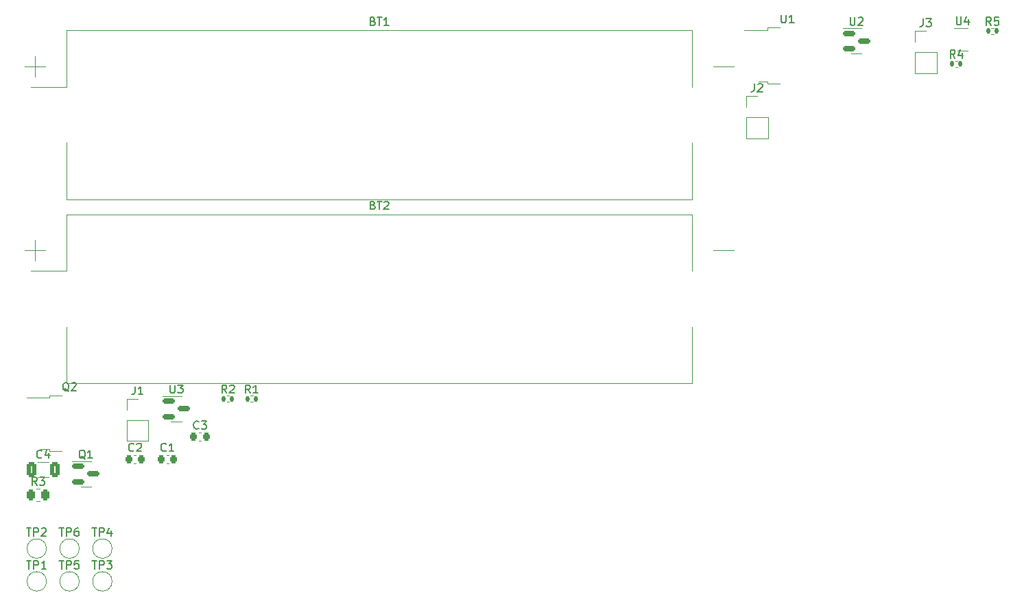
<source format=gbr>
%TF.GenerationSoftware,KiCad,Pcbnew,(6.0.8)*%
%TF.CreationDate,2023-04-17T13:42:39+02:00*%
%TF.ProjectId,Group22_Power,47726f75-7032-4325-9f50-6f7765722e6b,rev?*%
%TF.SameCoordinates,Original*%
%TF.FileFunction,Legend,Top*%
%TF.FilePolarity,Positive*%
%FSLAX46Y46*%
G04 Gerber Fmt 4.6, Leading zero omitted, Abs format (unit mm)*
G04 Created by KiCad (PCBNEW (6.0.8)) date 2023-04-17 13:42:39*
%MOMM*%
%LPD*%
G01*
G04 APERTURE LIST*
G04 Aperture macros list*
%AMRoundRect*
0 Rectangle with rounded corners*
0 $1 Rounding radius*
0 $2 $3 $4 $5 $6 $7 $8 $9 X,Y pos of 4 corners*
0 Add a 4 corners polygon primitive as box body*
4,1,4,$2,$3,$4,$5,$6,$7,$8,$9,$2,$3,0*
0 Add four circle primitives for the rounded corners*
1,1,$1+$1,$2,$3*
1,1,$1+$1,$4,$5*
1,1,$1+$1,$6,$7*
1,1,$1+$1,$8,$9*
0 Add four rect primitives between the rounded corners*
20,1,$1+$1,$2,$3,$4,$5,0*
20,1,$1+$1,$4,$5,$6,$7,0*
20,1,$1+$1,$6,$7,$8,$9,0*
20,1,$1+$1,$8,$9,$2,$3,0*%
%AMFreePoly0*
4,1,6,0.500000,-0.850000,-0.500000,-0.850000,-0.500000,0.550000,-0.200000,0.850000,0.500000,0.850000,0.500000,-0.850000,0.500000,-0.850000,$1*%
G04 Aperture macros list end*
%ADD10C,0.150000*%
%ADD11C,0.120000*%
%ADD12R,0.550000X0.250000*%
%ADD13FreePoly0,0.000000*%
%ADD14RoundRect,0.150000X-0.587500X-0.150000X0.587500X-0.150000X0.587500X0.150000X-0.587500X0.150000X0*%
%ADD15R,2.200000X1.200000*%
%ADD16R,6.400000X5.800000*%
%ADD17C,2.000000*%
%ADD18RoundRect,0.135000X-0.135000X-0.185000X0.135000X-0.185000X0.135000X0.185000X-0.135000X0.185000X0*%
%ADD19RoundRect,0.250000X-0.262500X-0.450000X0.262500X-0.450000X0.262500X0.450000X-0.262500X0.450000X0*%
%ADD20R,1.700000X1.700000*%
%ADD21O,1.700000X1.700000*%
%ADD22RoundRect,0.250000X-0.325000X-0.650000X0.325000X-0.650000X0.325000X0.650000X-0.325000X0.650000X0*%
%ADD23RoundRect,0.225000X-0.225000X-0.250000X0.225000X-0.250000X0.225000X0.250000X-0.225000X0.250000X0*%
%ADD24C,3.450000*%
%ADD25C,2.390000*%
%ADD26R,7.340000X6.350000*%
G04 APERTURE END LIST*
D10*
%TO.C,U4*%
X196503095Y-61622380D02*
X196503095Y-62431904D01*
X196550714Y-62527142D01*
X196598333Y-62574761D01*
X196693571Y-62622380D01*
X196884047Y-62622380D01*
X196979285Y-62574761D01*
X197026904Y-62527142D01*
X197074523Y-62431904D01*
X197074523Y-61622380D01*
X197979285Y-61955714D02*
X197979285Y-62622380D01*
X197741190Y-61574761D02*
X197503095Y-62289047D01*
X198122142Y-62289047D01*
%TO.C,U3*%
X99423095Y-107092380D02*
X99423095Y-107901904D01*
X99470714Y-107997142D01*
X99518333Y-108044761D01*
X99613571Y-108092380D01*
X99804047Y-108092380D01*
X99899285Y-108044761D01*
X99946904Y-107997142D01*
X99994523Y-107901904D01*
X99994523Y-107092380D01*
X100375476Y-107092380D02*
X100994523Y-107092380D01*
X100661190Y-107473333D01*
X100804047Y-107473333D01*
X100899285Y-107520952D01*
X100946904Y-107568571D01*
X100994523Y-107663809D01*
X100994523Y-107901904D01*
X100946904Y-107997142D01*
X100899285Y-108044761D01*
X100804047Y-108092380D01*
X100518333Y-108092380D01*
X100423095Y-108044761D01*
X100375476Y-107997142D01*
%TO.C,U2*%
X183393095Y-61672380D02*
X183393095Y-62481904D01*
X183440714Y-62577142D01*
X183488333Y-62624761D01*
X183583571Y-62672380D01*
X183774047Y-62672380D01*
X183869285Y-62624761D01*
X183916904Y-62577142D01*
X183964523Y-62481904D01*
X183964523Y-61672380D01*
X184393095Y-61767619D02*
X184440714Y-61720000D01*
X184535952Y-61672380D01*
X184774047Y-61672380D01*
X184869285Y-61720000D01*
X184916904Y-61767619D01*
X184964523Y-61862857D01*
X184964523Y-61958095D01*
X184916904Y-62100952D01*
X184345476Y-62672380D01*
X184964523Y-62672380D01*
%TO.C,U1*%
X174873095Y-61372380D02*
X174873095Y-62181904D01*
X174920714Y-62277142D01*
X174968333Y-62324761D01*
X175063571Y-62372380D01*
X175254047Y-62372380D01*
X175349285Y-62324761D01*
X175396904Y-62277142D01*
X175444523Y-62181904D01*
X175444523Y-61372380D01*
X176444523Y-62372380D02*
X175873095Y-62372380D01*
X176158809Y-62372380D02*
X176158809Y-61372380D01*
X176063571Y-61515238D01*
X175968333Y-61610476D01*
X175873095Y-61658095D01*
%TO.C,TP6*%
X85753095Y-124754380D02*
X86324523Y-124754380D01*
X86038809Y-125754380D02*
X86038809Y-124754380D01*
X86657857Y-125754380D02*
X86657857Y-124754380D01*
X87038809Y-124754380D01*
X87134047Y-124802000D01*
X87181666Y-124849619D01*
X87229285Y-124944857D01*
X87229285Y-125087714D01*
X87181666Y-125182952D01*
X87134047Y-125230571D01*
X87038809Y-125278190D01*
X86657857Y-125278190D01*
X88086428Y-124754380D02*
X87895952Y-124754380D01*
X87800714Y-124802000D01*
X87753095Y-124849619D01*
X87657857Y-124992476D01*
X87610238Y-125182952D01*
X87610238Y-125563904D01*
X87657857Y-125659142D01*
X87705476Y-125706761D01*
X87800714Y-125754380D01*
X87991190Y-125754380D01*
X88086428Y-125706761D01*
X88134047Y-125659142D01*
X88181666Y-125563904D01*
X88181666Y-125325809D01*
X88134047Y-125230571D01*
X88086428Y-125182952D01*
X87991190Y-125135333D01*
X87800714Y-125135333D01*
X87705476Y-125182952D01*
X87657857Y-125230571D01*
X87610238Y-125325809D01*
%TO.C,TP5*%
X85753095Y-128804380D02*
X86324523Y-128804380D01*
X86038809Y-129804380D02*
X86038809Y-128804380D01*
X86657857Y-129804380D02*
X86657857Y-128804380D01*
X87038809Y-128804380D01*
X87134047Y-128852000D01*
X87181666Y-128899619D01*
X87229285Y-128994857D01*
X87229285Y-129137714D01*
X87181666Y-129232952D01*
X87134047Y-129280571D01*
X87038809Y-129328190D01*
X86657857Y-129328190D01*
X88134047Y-128804380D02*
X87657857Y-128804380D01*
X87610238Y-129280571D01*
X87657857Y-129232952D01*
X87753095Y-129185333D01*
X87991190Y-129185333D01*
X88086428Y-129232952D01*
X88134047Y-129280571D01*
X88181666Y-129375809D01*
X88181666Y-129613904D01*
X88134047Y-129709142D01*
X88086428Y-129756761D01*
X87991190Y-129804380D01*
X87753095Y-129804380D01*
X87657857Y-129756761D01*
X87610238Y-129709142D01*
%TO.C,TP4*%
X89803095Y-124754380D02*
X90374523Y-124754380D01*
X90088809Y-125754380D02*
X90088809Y-124754380D01*
X90707857Y-125754380D02*
X90707857Y-124754380D01*
X91088809Y-124754380D01*
X91184047Y-124802000D01*
X91231666Y-124849619D01*
X91279285Y-124944857D01*
X91279285Y-125087714D01*
X91231666Y-125182952D01*
X91184047Y-125230571D01*
X91088809Y-125278190D01*
X90707857Y-125278190D01*
X92136428Y-125087714D02*
X92136428Y-125754380D01*
X91898333Y-124706761D02*
X91660238Y-125421047D01*
X92279285Y-125421047D01*
%TO.C,TP3*%
X89803095Y-128804380D02*
X90374523Y-128804380D01*
X90088809Y-129804380D02*
X90088809Y-128804380D01*
X90707857Y-129804380D02*
X90707857Y-128804380D01*
X91088809Y-128804380D01*
X91184047Y-128852000D01*
X91231666Y-128899619D01*
X91279285Y-128994857D01*
X91279285Y-129137714D01*
X91231666Y-129232952D01*
X91184047Y-129280571D01*
X91088809Y-129328190D01*
X90707857Y-129328190D01*
X91612619Y-128804380D02*
X92231666Y-128804380D01*
X91898333Y-129185333D01*
X92041190Y-129185333D01*
X92136428Y-129232952D01*
X92184047Y-129280571D01*
X92231666Y-129375809D01*
X92231666Y-129613904D01*
X92184047Y-129709142D01*
X92136428Y-129756761D01*
X92041190Y-129804380D01*
X91755476Y-129804380D01*
X91660238Y-129756761D01*
X91612619Y-129709142D01*
%TO.C,TP2*%
X81703095Y-124754380D02*
X82274523Y-124754380D01*
X81988809Y-125754380D02*
X81988809Y-124754380D01*
X82607857Y-125754380D02*
X82607857Y-124754380D01*
X82988809Y-124754380D01*
X83084047Y-124802000D01*
X83131666Y-124849619D01*
X83179285Y-124944857D01*
X83179285Y-125087714D01*
X83131666Y-125182952D01*
X83084047Y-125230571D01*
X82988809Y-125278190D01*
X82607857Y-125278190D01*
X83560238Y-124849619D02*
X83607857Y-124802000D01*
X83703095Y-124754380D01*
X83941190Y-124754380D01*
X84036428Y-124802000D01*
X84084047Y-124849619D01*
X84131666Y-124944857D01*
X84131666Y-125040095D01*
X84084047Y-125182952D01*
X83512619Y-125754380D01*
X84131666Y-125754380D01*
%TO.C,TP1*%
X81703095Y-128804380D02*
X82274523Y-128804380D01*
X81988809Y-129804380D02*
X81988809Y-128804380D01*
X82607857Y-129804380D02*
X82607857Y-128804380D01*
X82988809Y-128804380D01*
X83084047Y-128852000D01*
X83131666Y-128899619D01*
X83179285Y-128994857D01*
X83179285Y-129137714D01*
X83131666Y-129232952D01*
X83084047Y-129280571D01*
X82988809Y-129328190D01*
X82607857Y-129328190D01*
X84131666Y-129804380D02*
X83560238Y-129804380D01*
X83845952Y-129804380D02*
X83845952Y-128804380D01*
X83750714Y-128947238D01*
X83655476Y-129042476D01*
X83560238Y-129090095D01*
%TO.C,R5*%
X200778333Y-62672380D02*
X200445000Y-62196190D01*
X200206904Y-62672380D02*
X200206904Y-61672380D01*
X200587857Y-61672380D01*
X200683095Y-61720000D01*
X200730714Y-61767619D01*
X200778333Y-61862857D01*
X200778333Y-62005714D01*
X200730714Y-62100952D01*
X200683095Y-62148571D01*
X200587857Y-62196190D01*
X200206904Y-62196190D01*
X201683095Y-61672380D02*
X201206904Y-61672380D01*
X201159285Y-62148571D01*
X201206904Y-62100952D01*
X201302142Y-62053333D01*
X201540238Y-62053333D01*
X201635476Y-62100952D01*
X201683095Y-62148571D01*
X201730714Y-62243809D01*
X201730714Y-62481904D01*
X201683095Y-62577142D01*
X201635476Y-62624761D01*
X201540238Y-62672380D01*
X201302142Y-62672380D01*
X201206904Y-62624761D01*
X201159285Y-62577142D01*
%TO.C,R4*%
X196328333Y-66722380D02*
X195995000Y-66246190D01*
X195756904Y-66722380D02*
X195756904Y-65722380D01*
X196137857Y-65722380D01*
X196233095Y-65770000D01*
X196280714Y-65817619D01*
X196328333Y-65912857D01*
X196328333Y-66055714D01*
X196280714Y-66150952D01*
X196233095Y-66198571D01*
X196137857Y-66246190D01*
X195756904Y-66246190D01*
X197185476Y-66055714D02*
X197185476Y-66722380D01*
X196947380Y-65674761D02*
X196709285Y-66389047D01*
X197328333Y-66389047D01*
%TO.C,R3*%
X82978333Y-119492380D02*
X82645000Y-119016190D01*
X82406904Y-119492380D02*
X82406904Y-118492380D01*
X82787857Y-118492380D01*
X82883095Y-118540000D01*
X82930714Y-118587619D01*
X82978333Y-118682857D01*
X82978333Y-118825714D01*
X82930714Y-118920952D01*
X82883095Y-118968571D01*
X82787857Y-119016190D01*
X82406904Y-119016190D01*
X83311666Y-118492380D02*
X83930714Y-118492380D01*
X83597380Y-118873333D01*
X83740238Y-118873333D01*
X83835476Y-118920952D01*
X83883095Y-118968571D01*
X83930714Y-119063809D01*
X83930714Y-119301904D01*
X83883095Y-119397142D01*
X83835476Y-119444761D01*
X83740238Y-119492380D01*
X83454523Y-119492380D01*
X83359285Y-119444761D01*
X83311666Y-119397142D01*
%TO.C,R2*%
X106408333Y-108092380D02*
X106075000Y-107616190D01*
X105836904Y-108092380D02*
X105836904Y-107092380D01*
X106217857Y-107092380D01*
X106313095Y-107140000D01*
X106360714Y-107187619D01*
X106408333Y-107282857D01*
X106408333Y-107425714D01*
X106360714Y-107520952D01*
X106313095Y-107568571D01*
X106217857Y-107616190D01*
X105836904Y-107616190D01*
X106789285Y-107187619D02*
X106836904Y-107140000D01*
X106932142Y-107092380D01*
X107170238Y-107092380D01*
X107265476Y-107140000D01*
X107313095Y-107187619D01*
X107360714Y-107282857D01*
X107360714Y-107378095D01*
X107313095Y-107520952D01*
X106741666Y-108092380D01*
X107360714Y-108092380D01*
%TO.C,R1*%
X109318333Y-108092380D02*
X108985000Y-107616190D01*
X108746904Y-108092380D02*
X108746904Y-107092380D01*
X109127857Y-107092380D01*
X109223095Y-107140000D01*
X109270714Y-107187619D01*
X109318333Y-107282857D01*
X109318333Y-107425714D01*
X109270714Y-107520952D01*
X109223095Y-107568571D01*
X109127857Y-107616190D01*
X108746904Y-107616190D01*
X110270714Y-108092380D02*
X109699285Y-108092380D01*
X109985000Y-108092380D02*
X109985000Y-107092380D01*
X109889761Y-107235238D01*
X109794523Y-107330476D01*
X109699285Y-107378095D01*
%TO.C,Q2*%
X86919761Y-107887619D02*
X86824523Y-107840000D01*
X86729285Y-107744761D01*
X86586428Y-107601904D01*
X86491190Y-107554285D01*
X86395952Y-107554285D01*
X86443571Y-107792380D02*
X86348333Y-107744761D01*
X86253095Y-107649523D01*
X86205476Y-107459047D01*
X86205476Y-107125714D01*
X86253095Y-106935238D01*
X86348333Y-106840000D01*
X86443571Y-106792380D01*
X86634047Y-106792380D01*
X86729285Y-106840000D01*
X86824523Y-106935238D01*
X86872142Y-107125714D01*
X86872142Y-107459047D01*
X86824523Y-107649523D01*
X86729285Y-107744761D01*
X86634047Y-107792380D01*
X86443571Y-107792380D01*
X87253095Y-106887619D02*
X87300714Y-106840000D01*
X87395952Y-106792380D01*
X87634047Y-106792380D01*
X87729285Y-106840000D01*
X87776904Y-106887619D01*
X87824523Y-106982857D01*
X87824523Y-107078095D01*
X87776904Y-107220952D01*
X87205476Y-107792380D01*
X87824523Y-107792380D01*
%TO.C,Q1*%
X88939761Y-116237619D02*
X88844523Y-116190000D01*
X88749285Y-116094761D01*
X88606428Y-115951904D01*
X88511190Y-115904285D01*
X88415952Y-115904285D01*
X88463571Y-116142380D02*
X88368333Y-116094761D01*
X88273095Y-115999523D01*
X88225476Y-115809047D01*
X88225476Y-115475714D01*
X88273095Y-115285238D01*
X88368333Y-115190000D01*
X88463571Y-115142380D01*
X88654047Y-115142380D01*
X88749285Y-115190000D01*
X88844523Y-115285238D01*
X88892142Y-115475714D01*
X88892142Y-115809047D01*
X88844523Y-115999523D01*
X88749285Y-116094761D01*
X88654047Y-116142380D01*
X88463571Y-116142380D01*
X89844523Y-116142380D02*
X89273095Y-116142380D01*
X89558809Y-116142380D02*
X89558809Y-115142380D01*
X89463571Y-115285238D01*
X89368333Y-115380476D01*
X89273095Y-115428095D01*
%TO.C,J3*%
X192381666Y-61842380D02*
X192381666Y-62556666D01*
X192334047Y-62699523D01*
X192238809Y-62794761D01*
X192095952Y-62842380D01*
X192000714Y-62842380D01*
X192762619Y-61842380D02*
X193381666Y-61842380D01*
X193048333Y-62223333D01*
X193191190Y-62223333D01*
X193286428Y-62270952D01*
X193334047Y-62318571D01*
X193381666Y-62413809D01*
X193381666Y-62651904D01*
X193334047Y-62747142D01*
X193286428Y-62794761D01*
X193191190Y-62842380D01*
X192905476Y-62842380D01*
X192810238Y-62794761D01*
X192762619Y-62747142D01*
%TO.C,J2*%
X171551666Y-69892380D02*
X171551666Y-70606666D01*
X171504047Y-70749523D01*
X171408809Y-70844761D01*
X171265952Y-70892380D01*
X171170714Y-70892380D01*
X171980238Y-69987619D02*
X172027857Y-69940000D01*
X172123095Y-69892380D01*
X172361190Y-69892380D01*
X172456428Y-69940000D01*
X172504047Y-69987619D01*
X172551666Y-70082857D01*
X172551666Y-70178095D01*
X172504047Y-70320952D01*
X171932619Y-70892380D01*
X172551666Y-70892380D01*
%TO.C,J1*%
X95081666Y-107262380D02*
X95081666Y-107976666D01*
X95034047Y-108119523D01*
X94938809Y-108214761D01*
X94795952Y-108262380D01*
X94700714Y-108262380D01*
X96081666Y-108262380D02*
X95510238Y-108262380D01*
X95795952Y-108262380D02*
X95795952Y-107262380D01*
X95700714Y-107405238D01*
X95605476Y-107500476D01*
X95510238Y-107548095D01*
%TO.C,C4*%
X83598333Y-116047142D02*
X83550714Y-116094761D01*
X83407857Y-116142380D01*
X83312619Y-116142380D01*
X83169761Y-116094761D01*
X83074523Y-115999523D01*
X83026904Y-115904285D01*
X82979285Y-115713809D01*
X82979285Y-115570952D01*
X83026904Y-115380476D01*
X83074523Y-115285238D01*
X83169761Y-115190000D01*
X83312619Y-115142380D01*
X83407857Y-115142380D01*
X83550714Y-115190000D01*
X83598333Y-115237619D01*
X84455476Y-115475714D02*
X84455476Y-116142380D01*
X84217380Y-115094761D02*
X83979285Y-115809047D01*
X84598333Y-115809047D01*
%TO.C,C3*%
X102948333Y-112447142D02*
X102900714Y-112494761D01*
X102757857Y-112542380D01*
X102662619Y-112542380D01*
X102519761Y-112494761D01*
X102424523Y-112399523D01*
X102376904Y-112304285D01*
X102329285Y-112113809D01*
X102329285Y-111970952D01*
X102376904Y-111780476D01*
X102424523Y-111685238D01*
X102519761Y-111590000D01*
X102662619Y-111542380D01*
X102757857Y-111542380D01*
X102900714Y-111590000D01*
X102948333Y-111637619D01*
X103281666Y-111542380D02*
X103900714Y-111542380D01*
X103567380Y-111923333D01*
X103710238Y-111923333D01*
X103805476Y-111970952D01*
X103853095Y-112018571D01*
X103900714Y-112113809D01*
X103900714Y-112351904D01*
X103853095Y-112447142D01*
X103805476Y-112494761D01*
X103710238Y-112542380D01*
X103424523Y-112542380D01*
X103329285Y-112494761D01*
X103281666Y-112447142D01*
%TO.C,C2*%
X94928333Y-115197142D02*
X94880714Y-115244761D01*
X94737857Y-115292380D01*
X94642619Y-115292380D01*
X94499761Y-115244761D01*
X94404523Y-115149523D01*
X94356904Y-115054285D01*
X94309285Y-114863809D01*
X94309285Y-114720952D01*
X94356904Y-114530476D01*
X94404523Y-114435238D01*
X94499761Y-114340000D01*
X94642619Y-114292380D01*
X94737857Y-114292380D01*
X94880714Y-114340000D01*
X94928333Y-114387619D01*
X95309285Y-114387619D02*
X95356904Y-114340000D01*
X95452142Y-114292380D01*
X95690238Y-114292380D01*
X95785476Y-114340000D01*
X95833095Y-114387619D01*
X95880714Y-114482857D01*
X95880714Y-114578095D01*
X95833095Y-114720952D01*
X95261666Y-115292380D01*
X95880714Y-115292380D01*
%TO.C,C1*%
X98938333Y-115197142D02*
X98890714Y-115244761D01*
X98747857Y-115292380D01*
X98652619Y-115292380D01*
X98509761Y-115244761D01*
X98414523Y-115149523D01*
X98366904Y-115054285D01*
X98319285Y-114863809D01*
X98319285Y-114720952D01*
X98366904Y-114530476D01*
X98414523Y-114435238D01*
X98509761Y-114340000D01*
X98652619Y-114292380D01*
X98747857Y-114292380D01*
X98890714Y-114340000D01*
X98938333Y-114387619D01*
X99890714Y-115292380D02*
X99319285Y-115292380D01*
X99605000Y-115292380D02*
X99605000Y-114292380D01*
X99509761Y-114435238D01*
X99414523Y-114530476D01*
X99319285Y-114578095D01*
%TO.C,BT2*%
X124464285Y-84888571D02*
X124607142Y-84936190D01*
X124654761Y-84983809D01*
X124702380Y-85079047D01*
X124702380Y-85221904D01*
X124654761Y-85317142D01*
X124607142Y-85364761D01*
X124511904Y-85412380D01*
X124130952Y-85412380D01*
X124130952Y-84412380D01*
X124464285Y-84412380D01*
X124559523Y-84460000D01*
X124607142Y-84507619D01*
X124654761Y-84602857D01*
X124654761Y-84698095D01*
X124607142Y-84793333D01*
X124559523Y-84840952D01*
X124464285Y-84888571D01*
X124130952Y-84888571D01*
X124988095Y-84412380D02*
X125559523Y-84412380D01*
X125273809Y-85412380D02*
X125273809Y-84412380D01*
X125845238Y-84507619D02*
X125892857Y-84460000D01*
X125988095Y-84412380D01*
X126226190Y-84412380D01*
X126321428Y-84460000D01*
X126369047Y-84507619D01*
X126416666Y-84602857D01*
X126416666Y-84698095D01*
X126369047Y-84840952D01*
X125797619Y-85412380D01*
X126416666Y-85412380D01*
%TO.C,BT1*%
X124464285Y-62178571D02*
X124607142Y-62226190D01*
X124654761Y-62273809D01*
X124702380Y-62369047D01*
X124702380Y-62511904D01*
X124654761Y-62607142D01*
X124607142Y-62654761D01*
X124511904Y-62702380D01*
X124130952Y-62702380D01*
X124130952Y-61702380D01*
X124464285Y-61702380D01*
X124559523Y-61750000D01*
X124607142Y-61797619D01*
X124654761Y-61892857D01*
X124654761Y-61988095D01*
X124607142Y-62083333D01*
X124559523Y-62130952D01*
X124464285Y-62178571D01*
X124130952Y-62178571D01*
X124988095Y-61702380D02*
X125559523Y-61702380D01*
X125273809Y-62702380D02*
X125273809Y-61702380D01*
X126416666Y-62702380D02*
X125845238Y-62702380D01*
X126130952Y-62702380D02*
X126130952Y-61702380D01*
X126035714Y-61845238D01*
X125940476Y-61940476D01*
X125845238Y-61988095D01*
D11*
%TO.C,U4*%
X196615000Y-65830000D02*
X197915000Y-65830000D01*
X196175000Y-63010000D02*
X197915000Y-63010000D01*
%TO.C,U3*%
X100185000Y-108480000D02*
X100835000Y-108480000D01*
X100185000Y-111600000D02*
X100835000Y-111600000D01*
X100185000Y-108480000D02*
X98510000Y-108480000D01*
X100185000Y-111600000D02*
X99535000Y-111600000D01*
%TO.C,U2*%
X184155000Y-63060000D02*
X184805000Y-63060000D01*
X184155000Y-66180000D02*
X184805000Y-66180000D01*
X184155000Y-63060000D02*
X182480000Y-63060000D01*
X184155000Y-66180000D02*
X183505000Y-66180000D01*
%TO.C,U1*%
X174665000Y-62970000D02*
X173165000Y-62970000D01*
X173165000Y-63240000D02*
X170335000Y-63240000D01*
X173165000Y-69600000D02*
X172065000Y-69600000D01*
X174665000Y-69870000D02*
X173165000Y-69870000D01*
X173165000Y-62970000D02*
X173165000Y-63240000D01*
X173165000Y-69870000D02*
X173165000Y-69600000D01*
%TO.C,TP6*%
X88215000Y-127300000D02*
G75*
G03*
X88215000Y-127300000I-1200000J0D01*
G01*
%TO.C,TP5*%
X88215000Y-131350000D02*
G75*
G03*
X88215000Y-131350000I-1200000J0D01*
G01*
%TO.C,TP4*%
X92265000Y-127300000D02*
G75*
G03*
X92265000Y-127300000I-1200000J0D01*
G01*
%TO.C,TP3*%
X92265000Y-131350000D02*
G75*
G03*
X92265000Y-131350000I-1200000J0D01*
G01*
%TO.C,TP2*%
X84165000Y-127300000D02*
G75*
G03*
X84165000Y-127300000I-1200000J0D01*
G01*
%TO.C,TP1*%
X84165000Y-131350000D02*
G75*
G03*
X84165000Y-131350000I-1200000J0D01*
G01*
%TO.C,R5*%
X200791359Y-63010000D02*
X201098641Y-63010000D01*
X200791359Y-63770000D02*
X201098641Y-63770000D01*
%TO.C,R4*%
X196341359Y-67060000D02*
X196648641Y-67060000D01*
X196341359Y-67820000D02*
X196648641Y-67820000D01*
%TO.C,R3*%
X82917936Y-119955000D02*
X83372064Y-119955000D01*
X82917936Y-121425000D02*
X83372064Y-121425000D01*
%TO.C,R2*%
X106421359Y-108430000D02*
X106728641Y-108430000D01*
X106421359Y-109190000D02*
X106728641Y-109190000D01*
%TO.C,R1*%
X109331359Y-108430000D02*
X109638641Y-108430000D01*
X109331359Y-109190000D02*
X109638641Y-109190000D01*
%TO.C,Q2*%
X86045000Y-108390000D02*
X84545000Y-108390000D01*
X84545000Y-108660000D02*
X81715000Y-108660000D01*
X84545000Y-115020000D02*
X83445000Y-115020000D01*
X86045000Y-115290000D02*
X84545000Y-115290000D01*
X84545000Y-108390000D02*
X84545000Y-108660000D01*
X84545000Y-115290000D02*
X84545000Y-115020000D01*
%TO.C,Q1*%
X89035000Y-116530000D02*
X89685000Y-116530000D01*
X89035000Y-119650000D02*
X89685000Y-119650000D01*
X89035000Y-116530000D02*
X87360000Y-116530000D01*
X89035000Y-119650000D02*
X88385000Y-119650000D01*
%TO.C,J3*%
X191385000Y-64720000D02*
X191385000Y-63390000D01*
X191385000Y-68590000D02*
X194045000Y-68590000D01*
X191385000Y-65990000D02*
X191385000Y-68590000D01*
X191385000Y-65990000D02*
X194045000Y-65990000D01*
X191385000Y-63390000D02*
X192715000Y-63390000D01*
X194045000Y-65990000D02*
X194045000Y-68590000D01*
%TO.C,J2*%
X170555000Y-72770000D02*
X170555000Y-71440000D01*
X170555000Y-76640000D02*
X173215000Y-76640000D01*
X170555000Y-74040000D02*
X170555000Y-76640000D01*
X170555000Y-74040000D02*
X173215000Y-74040000D01*
X170555000Y-71440000D02*
X171885000Y-71440000D01*
X173215000Y-74040000D02*
X173215000Y-76640000D01*
%TO.C,J1*%
X94085000Y-110140000D02*
X94085000Y-108810000D01*
X94085000Y-114010000D02*
X96745000Y-114010000D01*
X94085000Y-111410000D02*
X94085000Y-114010000D01*
X94085000Y-111410000D02*
X96745000Y-111410000D01*
X94085000Y-108810000D02*
X95415000Y-108810000D01*
X96745000Y-111410000D02*
X96745000Y-114010000D01*
%TO.C,C4*%
X83053748Y-116630000D02*
X84476252Y-116630000D01*
X83053748Y-118450000D02*
X84476252Y-118450000D01*
%TO.C,C3*%
X102974420Y-114030000D02*
X103255580Y-114030000D01*
X102974420Y-113010000D02*
X103255580Y-113010000D01*
%TO.C,C2*%
X94954420Y-116780000D02*
X95235580Y-116780000D01*
X94954420Y-115760000D02*
X95235580Y-115760000D01*
%TO.C,C1*%
X98964420Y-116780000D02*
X99245580Y-116780000D01*
X98964420Y-115760000D02*
X99245580Y-115760000D01*
%TO.C,BT2*%
X86610000Y-86020000D02*
X86610000Y-93020000D01*
X163890000Y-106900000D02*
X86610000Y-106900000D01*
X82750000Y-91710000D02*
X82750000Y-89210000D01*
X163890000Y-86020000D02*
X86610000Y-86020000D01*
X86610000Y-93020000D02*
X82250000Y-93020000D01*
X86610000Y-106900000D02*
X86610000Y-99900000D01*
X169000000Y-90460000D02*
X166500000Y-90460000D01*
X81500000Y-90460000D02*
X84000000Y-90460000D01*
X163890000Y-93020000D02*
X163890000Y-86040000D01*
X163890000Y-99900000D02*
X163890000Y-106900000D01*
%TO.C,BT1*%
X86610000Y-63310000D02*
X86610000Y-70310000D01*
X163890000Y-84190000D02*
X86610000Y-84190000D01*
X82750000Y-69000000D02*
X82750000Y-66500000D01*
X163890000Y-63310000D02*
X86610000Y-63310000D01*
X86610000Y-70310000D02*
X82250000Y-70310000D01*
X86610000Y-84190000D02*
X86610000Y-77190000D01*
X169000000Y-67750000D02*
X166500000Y-67750000D01*
X81500000Y-67750000D02*
X84000000Y-67750000D01*
X163890000Y-70310000D02*
X163890000Y-63330000D01*
X163890000Y-77190000D02*
X163890000Y-84190000D01*
%TD*%
%LPC*%
D12*
%TO.C,U4*%
X196090000Y-63670000D03*
X196090000Y-64170000D03*
X196090000Y-64670000D03*
X196090000Y-65170000D03*
X198440000Y-65170000D03*
X198440000Y-64670000D03*
X198440000Y-64170000D03*
X198440000Y-63670000D03*
D13*
X197265000Y-64420000D03*
%TD*%
D14*
%TO.C,U3*%
X99247500Y-109090000D03*
X99247500Y-110990000D03*
X101122500Y-110040000D03*
%TD*%
%TO.C,U2*%
X183217500Y-63670000D03*
X183217500Y-65570000D03*
X185092500Y-64620000D03*
%TD*%
D15*
%TO.C,U1*%
X171435000Y-64140000D03*
D16*
X177735000Y-66420000D03*
D15*
X171435000Y-68700000D03*
%TD*%
D17*
%TO.C,TP6*%
X87015000Y-127300000D03*
%TD*%
%TO.C,TP5*%
X87015000Y-131350000D03*
%TD*%
%TO.C,TP4*%
X91065000Y-127300000D03*
%TD*%
%TO.C,TP3*%
X91065000Y-131350000D03*
%TD*%
%TO.C,TP2*%
X82965000Y-127300000D03*
%TD*%
%TO.C,TP1*%
X82965000Y-131350000D03*
%TD*%
D18*
%TO.C,R5*%
X200435000Y-63390000D03*
X201455000Y-63390000D03*
%TD*%
%TO.C,R4*%
X195985000Y-67440000D03*
X197005000Y-67440000D03*
%TD*%
D19*
%TO.C,R3*%
X82232500Y-120690000D03*
X84057500Y-120690000D03*
%TD*%
D18*
%TO.C,R2*%
X106065000Y-108810000D03*
X107085000Y-108810000D03*
%TD*%
%TO.C,R1*%
X108975000Y-108810000D03*
X109995000Y-108810000D03*
%TD*%
D15*
%TO.C,Q2*%
X82815000Y-109560000D03*
D16*
X89115000Y-111840000D03*
D15*
X82815000Y-114120000D03*
%TD*%
D14*
%TO.C,Q1*%
X88097500Y-117140000D03*
X88097500Y-119040000D03*
X89972500Y-118090000D03*
%TD*%
D20*
%TO.C,J3*%
X192715000Y-64720000D03*
D21*
X192715000Y-67260000D03*
%TD*%
D20*
%TO.C,J2*%
X171885000Y-72770000D03*
D21*
X171885000Y-75310000D03*
%TD*%
D20*
%TO.C,J1*%
X95415000Y-110140000D03*
D21*
X95415000Y-112680000D03*
%TD*%
D22*
%TO.C,C4*%
X82290000Y-117540000D03*
X85240000Y-117540000D03*
%TD*%
D23*
%TO.C,C3*%
X102340000Y-113520000D03*
X103890000Y-113520000D03*
%TD*%
%TO.C,C2*%
X94320000Y-116270000D03*
X95870000Y-116270000D03*
%TD*%
%TO.C,C1*%
X98330000Y-116270000D03*
X99880000Y-116270000D03*
%TD*%
D24*
%TO.C,BT2*%
X97650000Y-104460000D03*
D25*
X89320000Y-88460000D03*
D24*
X152850000Y-88460000D03*
D26*
X85920000Y-96460000D03*
X164580000Y-96460000D03*
%TD*%
D24*
%TO.C,BT1*%
X97650000Y-81750000D03*
D25*
X89320000Y-65750000D03*
D24*
X152850000Y-65750000D03*
D26*
X85920000Y-73750000D03*
X164580000Y-73750000D03*
%TD*%
M02*

</source>
